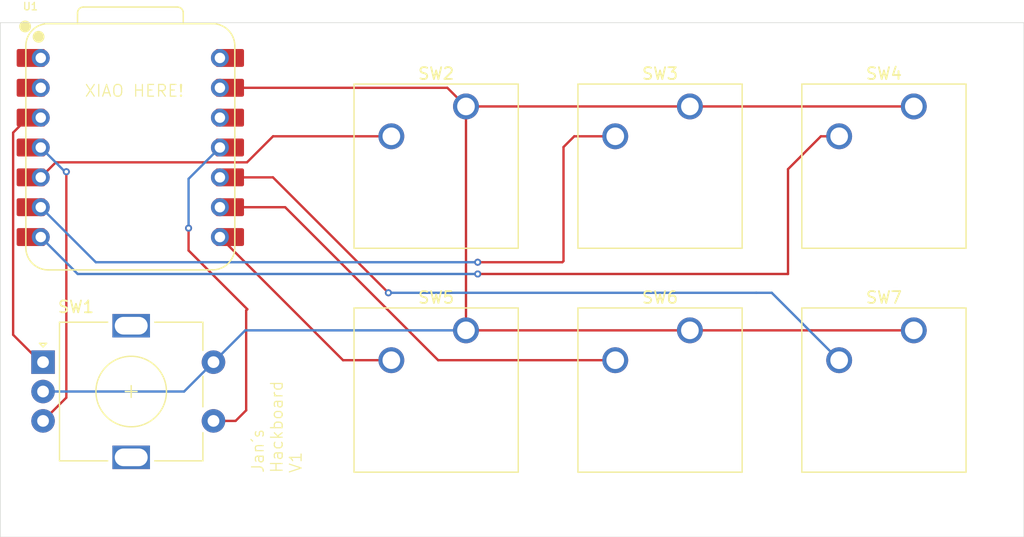
<source format=kicad_pcb>
(kicad_pcb (version 20241229) (generator "pcbnew") (generator_version "9.0")
  (layers (0 "F.Cu" signal) (2 "B.Cu" signal) (13 "F.Paste" user) (15 "B.Paste" user) (5 "F.SilkS" user "F.Silkscreen") (7 "B.SilkS" user "B.Silkscreen") (1 "F.Mask" user) (3 "B.Mask" user) (25 "Edge.Cuts" user))
  (net 0 "")
  (net 1 "Net-(U1-GPIO29{slash}ADC3{slash}A3)")
  (net 2 "GND")
  (net 3 "Net-(U1-GPIO28{slash}ADC2{slash}A2)")
  (net 4 "Net-(U1-GPIO3{slash}MOSI)")
  (net 5 "Net-(U1-GPIO6{slash}SDA)")
  (net 6 "Net-(U1-GPIO7{slash}SCL)")
  (net 7 "Net-(U1-GPIO0{slash}TX)")
  (net 8 "Net-(U1-GPIO1{slash}RX)")
  (net 9 "Net-(U1-GPIO2{slash}SCK)")
  (net 10 "Net-(U1-GPIO4{slash}MISO)")
  (net 11 "+5V")
  (footprint "Button_Switch_Keyboard:SW_Cherry_MX_1.00u_PCB" (layer "F.Cu") (at 197.8025 80.645)
    (property "Reference" "SW4" (at -2.54 -2.794 0) (layer "F.SilkS"))
    (property "Value" "SW_Push")
    (fp_line (start -9.525 -1.905) (end 4.445 -1.905) (stroke (width 0.12)) (layer "F.SilkS"))
    (fp_line (start -9.525 12.065) (end -9.525 -1.905) (stroke (width 0.12)) (layer "F.SilkS"))
    (fp_line (start 4.445 -1.905) (end 4.445 12.065) (stroke (width 0.12)) (layer "F.SilkS"))
    (fp_line (start 4.445 12.065) (end -9.525 12.065) (stroke (width 0.12)) (layer "F.SilkS"))
    (pad "" np_thru_hole circle (at -7.62 5.08) (size 1.7 1.7) (drill 1.7) (layers "*.Cu" "*.Mask"))
    (pad "" np_thru_hole circle (at -2.54 5.08) (size 4 4) (drill 4) (layers "*.Cu" "*.Mask"))
    (pad "" np_thru_hole circle (at 2.54 5.08) (size 1.7 1.7) (drill 1.7) (layers "*.Cu" "*.Mask"))
    (pad "1" thru_hole circle (at 0 0) (size 2.2 2.2) (drill 1.5) (layers "*.Cu" "*.Mask") (net 2 "GND"))
    (pad "2" thru_hole circle (at -6.35 2.54) (size 2.2 2.2) (drill 1.5) (layers "*.Cu" "*.Mask") (net 7 "Net-(U1-GPIO0{slash}TX)"))
  )
  (footprint "OPL Library:XIAO-RP2040-DIP" (layer "F.Cu") (at 131.145 84.13875)
    (property "Reference" "U1" (at -8.5 -12 0) (layer "F.SilkS") (effects (font (size 0.635 0.635) (thickness 0.1016))))
    (property "Value" "XIAO-RP2040-DIP")
    (fp_line (start -8.89 8.509) (end -8.89 -8.636) (stroke (width 0.127)) (layer "F.SilkS"))
    (fp_line (start -6.985 10.414) (end 6.985 10.414) (stroke (width 0.127)) (layer "F.SilkS"))
    (fp_line (start -4.495 -10.541) (end -4.491272 -11.451272) (stroke (width 0.127)) (layer "F.SilkS"))
    (fp_line (start -3.991272 -11.951) (end 4.004 -11.951) (stroke (width 0.127)) (layer "F.SilkS"))
    (fp_line (start 4.504 -11.451) (end 4.504 -10.541) (stroke (width 0.127)) (layer "F.SilkS"))
    (fp_line (start 6.985 -10.541) (end -6.985 -10.541) (stroke (width 0.1)) (layer "F.SilkS"))
    (fp_line (start 6.985 -10.541) (end -6.985 -10.541) (stroke (width 0.127)) (layer "F.SilkS"))
    (fp_line (start 8.89 8.509) (end 8.89 -8.636) (stroke (width 0.127)) (layer "F.SilkS"))
    (fp_arc (start -8.89 -8.636) (mid -8.332038 -9.983038) (end -6.985 -10.541) (stroke (width 0.127)) (layer "F.SilkS"))
    (fp_arc (start -6.985 10.414) (mid -8.332038 9.856038) (end -8.89 8.509) (stroke (width 0.127)) (layer "F.SilkS"))
    (fp_arc (start -4.491272 -11.451272) (mid -4.344728 -11.80464) (end -3.991272 -11.951) (stroke (width 0.127)) (layer "F.SilkS"))
    (fp_arc (start 4.004 -11.951) (mid 4.357553 -11.804553) (end 4.504 -11.451) (stroke (width 0.127)) (layer "F.SilkS"))
    (fp_arc (start 6.985 -10.541) (mid 8.332038 -9.983038) (end 8.89 -8.636) (stroke (width 0.127)) (layer "F.SilkS"))
    (fp_arc (start 8.89 8.509) (mid 8.332038 9.856038) (end 6.985 10.414) (stroke (width 0.127)) (layer "F.SilkS"))
    (fp_circle (center -8.95 -10.3) (end -8.95 -10.554) (stroke (width 0.5)) (fill yes) (layer "F.SilkS"))
    (fp_circle (center -7.807 -9.42) (end -7.807 -9.674) (stroke (width 0.5)) (fill yes) (layer "F.SilkS"))
    (pad "1" smd roundrect (at -8.455 -7.62 180) (size 2.432 1.524) (layers "F.Cu" "F.Mask") (roundrect_rratio 0.1))
    (pad "1" thru_hole circle (at -7.62 -7.62 180) (size 1.524 1.524) (drill 0.889) (layers "*.Cu" "*.Mask"))
    (pad "2" smd roundrect (at -8.455 -5.08 180) (size 2.432 1.524) (layers "F.Cu" "F.Mask") (roundrect_rratio 0.1))
    (pad "2" thru_hole circle (at -7.62 -5.08 180) (size 1.524 1.524) (drill 0.889) (layers "*.Cu" "*.Mask"))
    (pad "3" smd roundrect (at -8.455 -2.54 180) (size 2.432 1.524) (layers "F.Cu" "F.Mask") (roundrect_rratio 0.1) (net 3 "Net-(U1-GPIO28{slash}ADC2{slash}A2)"))
    (pad "3" thru_hole circle (at -7.62 -2.54 180) (size 1.524 1.524) (drill 0.889) (layers "*.Cu" "*.Mask") (net 3 "Net-(U1-GPIO28{slash}ADC2{slash}A2)"))
    (pad "4" smd roundrect (at -8.455 0 180) (size 2.432 1.524) (layers "F.Cu" "F.Mask") (roundrect_rratio 0.1) (net 1 "Net-(U1-GPIO29{slash}ADC3{slash}A3)"))
    (pad "4" thru_hole circle (at -7.62 0 180) (size 1.524 1.524) (drill 0.889) (layers "*.Cu" "*.Mask") (net 1 "Net-(U1-GPIO29{slash}ADC3{slash}A3)"))
    (pad "5" smd roundrect (at -8.455 2.54 180) (size 2.432 1.524) (layers "F.Cu" "F.Mask") (roundrect_rratio 0.1) (net 5 "Net-(U1-GPIO6{slash}SDA)"))
    (pad "5" thru_hole circle (at -7.62 2.54 180) (size 1.524 1.524) (drill 0.889) (layers "*.Cu" "*.Mask") (net 5 "Net-(U1-GPIO6{slash}SDA)"))
    (pad "6" smd roundrect (at -8.455 5.08 180) (size 2.432 1.524) (layers "F.Cu" "F.Mask") (roundrect_rratio 0.1) (net 6 "Net-(U1-GPIO7{slash}SCL)"))
    (pad "6" thru_hole circle (at -7.62 5.08 180) (size 1.524 1.524) (drill 0.889) (layers "*.Cu" "*.Mask") (net 6 "Net-(U1-GPIO7{slash}SCL)"))
    (pad "7" smd roundrect (at -8.455 7.62 180) (size 2.432 1.524) (layers "F.Cu" "F.Mask") (roundrect_rratio 0.1) (net 7 "Net-(U1-GPIO0{slash}TX)"))
    (pad "7" thru_hole circle (at -7.62 7.62 180) (size 1.524 1.524) (drill 0.889) (layers "*.Cu" "*.Mask") (net 7 "Net-(U1-GPIO0{slash}TX)"))
    (pad "8" thru_hole circle (at 7.62 7.62) (size 1.524 1.524) (drill 0.889) (layers "*.Cu" "*.Mask") (net 8 "Net-(U1-GPIO1{slash}RX)"))
    (pad "8" smd roundrect (at 8.455 7.62) (size 2.432 1.524) (layers "F.Cu" "F.Mask") (roundrect_rratio 0.1) (net 8 "Net-(U1-GPIO1{slash}RX)"))
    (pad "9" thru_hole circle (at 7.62 5.08) (size 1.524 1.524) (drill 0.889) (layers "*.Cu" "*.Mask") (net 9 "Net-(U1-GPIO2{slash}SCK)"))
    (pad "9" smd roundrect (at 8.455 5.08) (size 2.432 1.524) (layers "F.Cu" "F.Mask") (roundrect_rratio 0.1) (net 9 "Net-(U1-GPIO2{slash}SCK)"))
    (pad "10" thru_hole circle (at 7.62 2.54) (size 1.524 1.524) (drill 0.889) (layers "*.Cu" "*.Mask") (net 10 "Net-(U1-GPIO4{slash}MISO)"))
    (pad "10" smd roundrect (at 8.455 2.54) (size 2.432 1.524) (layers "F.Cu" "F.Mask") (roundrect_rratio 0.1) (net 10 "Net-(U1-GPIO4{slash}MISO)"))
    (pad "11" thru_hole circle (at 7.62 0) (size 1.524 1.524) (drill 0.889) (layers "*.Cu" "*.Mask") (net 4 "Net-(U1-GPIO3{slash}MOSI)"))
    (pad "11" smd roundrect (at 8.455 0) (size 2.432 1.524) (layers "F.Cu" "F.Mask") (roundrect_rratio 0.1) (net 4 "Net-(U1-GPIO3{slash}MOSI)"))
    (pad "12" thru_hole circle (at 7.62 -2.54) (size 1.524 1.524) (drill 0.889) (layers "*.Cu" "*.Mask"))
    (pad "12" smd roundrect (at 8.455 -2.54) (size 2.432 1.524) (layers "F.Cu" "F.Mask") (roundrect_rratio 0.1))
    (pad "13" thru_hole circle (at 7.62 -5.08) (size 1.524 1.524) (drill 0.889) (layers "*.Cu" "*.Mask") (net 2 "GND"))
    (pad "13" smd roundrect (at 8.455 -5.08) (size 2.432 1.524) (layers "F.Cu" "F.Mask") (roundrect_rratio 0.1) (net 2 "GND"))
    (pad "14" thru_hole circle (at 7.62 -7.62) (size 1.524 1.524) (drill 0.889) (layers "*.Cu" "*.Mask") (net 11 "+5V"))
    (pad "14" smd roundrect (at 8.455 -7.62) (size 2.432 1.524) (layers "F.Cu" "F.Mask") (roundrect_rratio 0.1) (net 11 "+5V"))
  )
  (footprint "Button_Switch_Keyboard:SW_Cherry_MX_1.00u_PCB" (layer "F.Cu") (at 159.7025 99.695)
    (property "Reference" "SW5" (at -2.54 -2.794 0) (layer "F.SilkS"))
    (property "Value" "SW_Push")
    (fp_line (start -9.525 -1.905) (end 4.445 -1.905) (stroke (width 0.12)) (layer "F.SilkS"))
    (fp_line (start -9.525 12.065) (end -9.525 -1.905) (stroke (width 0.12)) (layer "F.SilkS"))
    (fp_line (start 4.445 -1.905) (end 4.445 12.065) (stroke (width 0.12)) (layer "F.SilkS"))
    (fp_line (start 4.445 12.065) (end -9.525 12.065) (stroke (width 0.12)) (layer "F.SilkS"))
    (pad "" np_thru_hole circle (at -7.62 5.08) (size 1.7 1.7) (drill 1.7) (layers "*.Cu" "*.Mask"))
    (pad "" np_thru_hole circle (at -2.54 5.08) (size 4 4) (drill 4) (layers "*.Cu" "*.Mask"))
    (pad "" np_thru_hole circle (at 2.54 5.08) (size 1.7 1.7) (drill 1.7) (layers "*.Cu" "*.Mask"))
    (pad "1" thru_hole circle (at 0 0) (size 2.2 2.2) (drill 1.5) (layers "*.Cu" "*.Mask") (net 2 "GND"))
    (pad "2" thru_hole circle (at -6.35 2.54) (size 2.2 2.2) (drill 1.5) (layers "*.Cu" "*.Mask") (net 8 "Net-(U1-GPIO1{slash}RX)"))
  )
  (footprint "Button_Switch_Keyboard:SW_Cherry_MX_1.00u_PCB" (layer "F.Cu") (at 159.7025 80.645)
    (property "Reference" "SW2" (at -2.54 -2.794 0) (layer "F.SilkS"))
    (property "Value" "SW_Push")
    (fp_line (start -9.525 -1.905) (end 4.445 -1.905) (stroke (width 0.12)) (layer "F.SilkS"))
    (fp_line (start -9.525 12.065) (end -9.525 -1.905) (stroke (width 0.12)) (layer "F.SilkS"))
    (fp_line (start 4.445 -1.905) (end 4.445 12.065) (stroke (width 0.12)) (layer "F.SilkS"))
    (fp_line (start 4.445 12.065) (end -9.525 12.065) (stroke (width 0.12)) (layer "F.SilkS"))
    (pad "" np_thru_hole circle (at -7.62 5.08) (size 1.7 1.7) (drill 1.7) (layers "*.Cu" "*.Mask"))
    (pad "" np_thru_hole circle (at -2.54 5.08) (size 4 4) (drill 4) (layers "*.Cu" "*.Mask"))
    (pad "" np_thru_hole circle (at 2.54 5.08) (size 1.7 1.7) (drill 1.7) (layers "*.Cu" "*.Mask"))
    (pad "1" thru_hole circle (at 0 0) (size 2.2 2.2) (drill 1.5) (layers "*.Cu" "*.Mask") (net 2 "GND"))
    (pad "2" thru_hole circle (at -6.35 2.54) (size 2.2 2.2) (drill 1.5) (layers "*.Cu" "*.Mask") (net 5 "Net-(U1-GPIO6{slash}SDA)"))
  )
  (footprint "Rotary_Encoder:RotaryEncoder_Alps_EC11E-Switch_Vertical_H20mm" (layer "F.Cu") (at 123.71875 102.4)
    (property "Reference" "SW1" (at 2.8 -4.7 0) (layer "F.SilkS"))
    (property "Value" "RotaryEncoder_Switch")
    (fp_line (start -0.3 -1.6) (end 0.3 -1.6) (stroke (width 0.12)) (layer "F.SilkS"))
    (fp_line (start 0 -1.3) (end -0.3 -1.6) (stroke (width 0.12)) (layer "F.SilkS"))
    (fp_line (start 0.3 -1.6) (end 0 -1.3) (stroke (width 0.12)) (layer "F.SilkS"))
    (fp_line (start 1.4 -3.4) (end 1.4 8.4) (stroke (width 0.12)) (layer "F.SilkS"))
    (fp_line (start 5.5 -3.4) (end 1.4 -3.4) (stroke (width 0.12)) (layer "F.SilkS"))
    (fp_line (start 5.5 8.4) (end 1.4 8.4) (stroke (width 0.12)) (layer "F.SilkS"))
    (fp_line (start 7 2.5) (end 8 2.5) (stroke (width 0.12)) (layer "F.SilkS"))
    (fp_line (start 7.5 2) (end 7.5 3) (stroke (width 0.12)) (layer "F.SilkS"))
    (fp_line (start 9.5 -3.4) (end 13.6 -3.4) (stroke (width 0.12)) (layer "F.SilkS"))
    (fp_line (start 13.6 -3.4) (end 13.6 -1) (stroke (width 0.12)) (layer "F.SilkS"))
    (fp_line (start 13.6 1.2) (end 13.6 3.8) (stroke (width 0.12)) (layer "F.SilkS"))
    (fp_line (start 13.6 6) (end 13.6 8.4) (stroke (width 0.12)) (layer "F.SilkS"))
    (fp_line (start 13.6 8.4) (end 9.5 8.4) (stroke (width 0.12)) (layer "F.SilkS"))
    (fp_circle (center 7.5 2.5) (end 10.5 2.5) (stroke (width 0.12)) (fill no) (layer "F.SilkS"))
    (pad "A" thru_hole rect (at 0 0) (size 2 2) (drill 1) (layers "*.Cu" "*.Mask") (net 3 "Net-(U1-GPIO28{slash}ADC2{slash}A2)"))
    (pad "B" thru_hole circle (at 0 5) (size 2 2) (drill 1) (layers "*.Cu" "*.Mask") (net 1 "Net-(U1-GPIO29{slash}ADC3{slash}A3)"))
    (pad "C" thru_hole circle (at 0 2.5) (size 2 2) (drill 1) (layers "*.Cu" "*.Mask") (net 2 "GND"))
    (pad "MP" thru_hole rect (at 7.5 -3.1) (size 3.2 2) (drill oval 2.8 1.5) (layers "*.Cu" "*.Mask"))
    (pad "MP" thru_hole rect (at 7.5 8.1) (size 3.2 2) (drill oval 2.8 1.5) (layers "*.Cu" "*.Mask"))
    (pad "S1" thru_hole circle (at 14.5 5) (size 2 2) (drill 1) (layers "*.Cu" "*.Mask") (net 4 "Net-(U1-GPIO3{slash}MOSI)"))
    (pad "S2" thru_hole circle (at 14.5 0) (size 2 2) (drill 1) (layers "*.Cu" "*.Mask") (net 2 "GND"))
  )
  (footprint "Button_Switch_Keyboard:SW_Cherry_MX_1.00u_PCB" (layer "F.Cu") (at 197.8025 99.695)
    (property "Reference" "SW7" (at -2.54 -2.794 0) (layer "F.SilkS"))
    (property "Value" "SW_Push")
    (fp_line (start -9.525 -1.905) (end 4.445 -1.905) (stroke (width 0.12)) (layer "F.SilkS"))
    (fp_line (start -9.525 12.065) (end -9.525 -1.905) (stroke (width 0.12)) (layer "F.SilkS"))
    (fp_line (start 4.445 -1.905) (end 4.445 12.065) (stroke (width 0.12)) (layer "F.SilkS"))
    (fp_line (start 4.445 12.065) (end -9.525 12.065) (stroke (width 0.12)) (layer "F.SilkS"))
    (pad "" np_thru_hole circle (at -7.62 5.08) (size 1.7 1.7) (drill 1.7) (layers "*.Cu" "*.Mask"))
    (pad "" np_thru_hole circle (at -2.54 5.08) (size 4 4) (drill 4) (layers "*.Cu" "*.Mask"))
    (pad "" np_thru_hole circle (at 2.54 5.08) (size 1.7 1.7) (drill 1.7) (layers "*.Cu" "*.Mask"))
    (pad "1" thru_hole circle (at 0 0) (size 2.2 2.2) (drill 1.5) (layers "*.Cu" "*.Mask") (net 2 "GND"))
    (pad "2" thru_hole circle (at -6.35 2.54) (size 2.2 2.2) (drill 1.5) (layers "*.Cu" "*.Mask") (net 10 "Net-(U1-GPIO4{slash}MISO)"))
  )
  (footprint "Button_Switch_Keyboard:SW_Cherry_MX_1.00u_PCB" (layer "F.Cu") (at 178.7525 99.695)
    (property "Reference" "SW6" (at -2.54 -2.794 0) (layer "F.SilkS"))
    (property "Value" "SW_Push")
    (fp_line (start -9.525 -1.905) (end 4.445 -1.905) (stroke (width 0.12)) (layer "F.SilkS"))
    (fp_line (start -9.525 12.065) (end -9.525 -1.905) (stroke (width 0.12)) (layer "F.SilkS"))
    (fp_line (start 4.445 -1.905) (end 4.445 12.065) (stroke (width 0.12)) (layer "F.SilkS"))
    (fp_line (start 4.445 12.065) (end -9.525 12.065) (stroke (width 0.12)) (layer "F.SilkS"))
    (pad "" np_thru_hole circle (at -7.62 5.08) (size 1.7 1.7) (drill 1.7) (layers "*.Cu" "*.Mask"))
    (pad "" np_thru_hole circle (at -2.54 5.08) (size 4 4) (drill 4) (layers "*.Cu" "*.Mask"))
    (pad "" np_thru_hole circle (at 2.54 5.08) (size 1.7 1.7) (drill 1.7) (layers "*.Cu" "*.Mask"))
    (pad "1" thru_hole circle (at 0 0) (size 2.2 2.2) (drill 1.5) (layers "*.Cu" "*.Mask") (net 2 "GND"))
    (pad "2" thru_hole circle (at -6.35 2.54) (size 2.2 2.2) (drill 1.5) (layers "*.Cu" "*.Mask") (net 9 "Net-(U1-GPIO2{slash}SCK)"))
  )
  (footprint "Button_Switch_Keyboard:SW_Cherry_MX_1.00u_PCB" (layer "F.Cu") (at 178.7525 80.645)
    (property "Reference" "SW3" (at -2.54 -2.794 0) (layer "F.SilkS"))
    (property "Value" "SW_Push")
    (fp_line (start -9.525 -1.905) (end 4.445 -1.905) (stroke (width 0.12)) (layer "F.SilkS"))
    (fp_line (start -9.525 12.065) (end -9.525 -1.905) (stroke (width 0.12)) (layer "F.SilkS"))
    (fp_line (start 4.445 -1.905) (end 4.445 12.065) (stroke (width 0.12)) (layer "F.SilkS"))
    (fp_line (start 4.445 12.065) (end -9.525 12.065) (stroke (width 0.12)) (layer "F.SilkS"))
    (pad "" np_thru_hole circle (at -7.62 5.08) (size 1.7 1.7) (drill 1.7) (layers "*.Cu" "*.Mask"))
    (pad "" np_thru_hole circle (at -2.54 5.08) (size 4 4) (drill 4) (layers "*.Cu" "*.Mask"))
    (pad "" np_thru_hole circle (at 2.54 5.08) (size 1.7 1.7) (drill 1.7) (layers "*.Cu" "*.Mask"))
    (pad "1" thru_hole circle (at 0 0) (size 2.2 2.2) (drill 1.5) (layers "*.Cu" "*.Mask") (net 2 "GND"))
    (pad "2" thru_hole circle (at -6.35 2.54) (size 2.2 2.2) (drill 1.5) (layers "*.Cu" "*.Mask") (net 6 "Net-(U1-GPIO7{slash}SCL)"))
  )
  (gr_rect (start 120.08125 73.51875) (end 207.16875 117.28125) (stroke (width 0.05)) (fill no) (layer "Edge.Cuts"))
  (gr_text "Jan´s\nHackboard\nV1" (at 145.8 111.9 90) (layer "F.SilkS") (effects (font (size 1 1) (thickness 0.1)) (justify left bottom)))
  (gr_text "XIAO HERE!" (at 127.2 79.9 0) (layer "F.SilkS") (effects (font (size 1 1) (thickness 0.1)) (justify left bottom)))
  (segment (start 125.7 105.41875) (end 125.7 86.2) (width 0.2) (layer "F.Cu") (net 1))
  (segment (start 123.71875 107.4) (end 125.7 105.41875) (width 0.2) (layer "F.Cu") (net 1))
  (via (at 125.7 86.2) (size 0.6) (drill 0.3) (layers "F.Cu" "B.Cu") (net 1))
  (segment (start 125.58625 86.2) (end 123.525 84.13875) (width 0.2) (layer "B.Cu") (net 1))
  (segment (start 125.7 86.2) (end 125.58625 86.2) (width 0.2) (layer "B.Cu") (net 1))
  (segment (start 159.7025 80.645) (end 159.7025 99.695) (width 0.2) (layer "F.Cu") (net 2))
  (segment (start 159.7025 80.645) (end 159.7025 80.80375) (width 0.2) (layer "F.Cu") (net 2))
  (segment (start 178.7525 99.695) (end 197.8025 99.695) (width 0.2) (layer "F.Cu") (net 2))
  (segment (start 138.765 79.05875) (end 158.11625 79.05875) (width 0.2) (layer "F.Cu") (net 2))
  (segment (start 158.11625 79.05875) (end 159.7025 80.645) (width 0.2) (layer "F.Cu") (net 2))
  (segment (start 159.86125 80.645) (end 178.7525 80.645) (width 0.2) (layer "F.Cu") (net 2))
  (segment (start 159.7025 80.80375) (end 159.86125 80.645) (width 0.2) (layer "F.Cu") (net 2))
  (segment (start 178.7525 80.645) (end 197.8025 80.645) (width 0.2) (layer "F.Cu") (net 2))
  (segment (start 159.7025 99.695) (end 178.7525 99.695) (width 0.2) (layer "F.Cu") (net 2))
  (segment (start 135.71875 104.9) (end 123.71875 104.9) (width 0.2) (layer "B.Cu") (net 2))
  (segment (start 140.92375 99.695) (end 138.21875 102.4) (width 0.2) (layer "B.Cu") (net 2))
  (segment (start 138.21875 102.4) (end 135.71875 104.9) (width 0.2) (layer "B.Cu") (net 2))
  (segment (start 159.7025 99.695) (end 140.92375 99.695) (width 0.2) (layer "B.Cu") (net 2))
  (segment (start 121.173 100.073) (end 121.173 82.87312) (width 0.2) (layer "F.Cu") (net 3))
  (segment (start 121.173 82.87312) (end 122.44737 81.59875) (width 0.2) (layer "F.Cu") (net 3))
  (segment (start 123.71875 102.4) (end 123.5 102.4) (width 0.2) (layer "F.Cu") (net 3))
  (segment (start 123.5 102.4) (end 121.173 100.073) (width 0.2) (layer "F.Cu") (net 3))
  (segment (start 122.44737 81.59875) (end 123.525 81.59875) (width 0.2) (layer "F.Cu") (net 3))
  (segment (start 141 98) (end 141 106.5) (width 0.2) (layer "F.Cu") (net 4))
  (segment (start 136.1 92.9) (end 141.1 97.9) (width 0.2) (layer "F.Cu") (net 4))
  (segment (start 141.1 97.9) (end 141 98) (width 0.2) (layer "F.Cu") (net 4))
  (segment (start 138.2 107.4) (end 138.21875 107.4) (width 0.2) (layer "F.Cu") (net 4))
  (segment (start 136.1 91) (end 136.1 92.9) (width 0.2) (layer "F.Cu") (net 4))
  (segment (start 141 106.5) (end 140.1 107.4) (width 0.2) (layer "F.Cu") (net 4))
  (segment (start 140.1 107.4) (end 138.2 107.4) (width 0.2) (layer "F.Cu") (net 4))
  (via (at 136.1 91) (size 0.6) (drill 0.3) (layers "F.Cu" "B.Cu") (net 4))
  (segment (start 136.1 86.80375) (end 138.765 84.13875) (width 0.2) (layer "B.Cu") (net 4))
  (segment (start 136.1 91) (end 136.1 86.80375) (width 0.2) (layer "B.Cu") (net 4))
  (segment (start 141.071376 85.4) (end 124.80375 85.4) (width 0.2) (layer "F.Cu") (net 5))
  (segment (start 124.80375 85.4) (end 123.525 86.67875) (width 0.2) (layer "F.Cu") (net 5))
  (segment (start 143.286376 83.185) (end 141.071376 85.4) (width 0.2) (layer "F.Cu") (net 5))
  (segment (start 153.3525 83.185) (end 143.286376 83.185) (width 0.2) (layer "F.Cu") (net 5))
  (segment (start 172.4025 83.185) (end 168.915 83.185) (width 0.2) (layer "F.Cu") (net 6))
  (segment (start 168.915 83.185) (end 168 84.1) (width 0.2) (layer "F.Cu") (net 6))
  (segment (start 167.9 93.9) (end 160.7 93.9) (width 0.2) (layer "F.Cu") (net 6))
  (segment (start 168 93.8) (end 167.9 93.9) (width 0.2) (layer "F.Cu") (net 6))
  (segment (start 168 84.1) (end 168 93.8) (width 0.2) (layer "F.Cu") (net 6))
  (via (at 160.7 93.9) (size 0.6) (drill 0.3) (layers "F.Cu" "B.Cu") (net 6))
  (segment (start 160.7 93.9) (end 128.20625 93.9) (width 0.2) (layer "B.Cu") (net 6))
  (segment (start 128.20625 93.9) (end 123.525 89.21875) (width 0.2) (layer "B.Cu") (net 6))
  (segment (start 187.1 85.981866) (end 187.1 94.9) (width 0.2) (layer "F.Cu") (net 7))
  (segment (start 189.896866 83.185) (end 187.1 85.981866) (width 0.2) (layer "F.Cu") (net 7))
  (segment (start 191.4525 83.185) (end 189.896866 83.185) (width 0.2) (layer "F.Cu") (net 7))
  (segment (start 187.1 94.9) (end 160.7 94.9) (width 0.2) (layer "F.Cu") (net 7))
  (via (at 160.7 94.9) (size 0.6) (drill 0.3) (layers "F.Cu" "B.Cu") (net 7))
  (segment (start 126.66625 94.9) (end 123.525 91.75875) (width 0.2) (layer "B.Cu") (net 7))
  (segment (start 160.7 94.9) (end 126.66625 94.9) (width 0.2) (layer "B.Cu") (net 7))
  (segment (start 153.3525 102.235) (end 149.24125 102.235) (width 0.2) (layer "F.Cu") (net 8))
  (segment (start 149.24125 102.235) (end 138.765 91.75875) (width 0.2) (layer "F.Cu") (net 8))
  (segment (start 172.4025 102.235) (end 157.335 102.235) (width 0.2) (layer "F.Cu") (net 9))
  (segment (start 157.335 102.235) (end 144.31875 89.21875) (width 0.2) (layer "F.Cu") (net 9))
  (segment (start 144.31875 89.21875) (end 138.765 89.21875) (width 0.2) (layer "F.Cu") (net 9))
  (segment (start 143.27875 86.67875) (end 139.6 86.67875) (width 0.2) (layer "F.Cu") (net 10))
  (segment (start 153.1 96.5) (end 143.27875 86.67875) (width 0.2) (layer "F.Cu") (net 10))
  (via (at 153.1 96.5) (size 0.6) (drill 0.3) (layers "F.Cu" "B.Cu") (net 10))
  (segment (start 191.4525 102.235) (end 185.7175 96.5) (width 0.2) (layer "B.Cu") (net 10))
  (segment (start 185.7175 96.5) (end 184.4 96.5) (width 0.2) (layer "B.Cu") (net 10))
  (segment (start 184.4 96.5) (end 153.1 96.5) (width 0.2) (layer "B.Cu") (net 10))
)
</source>
